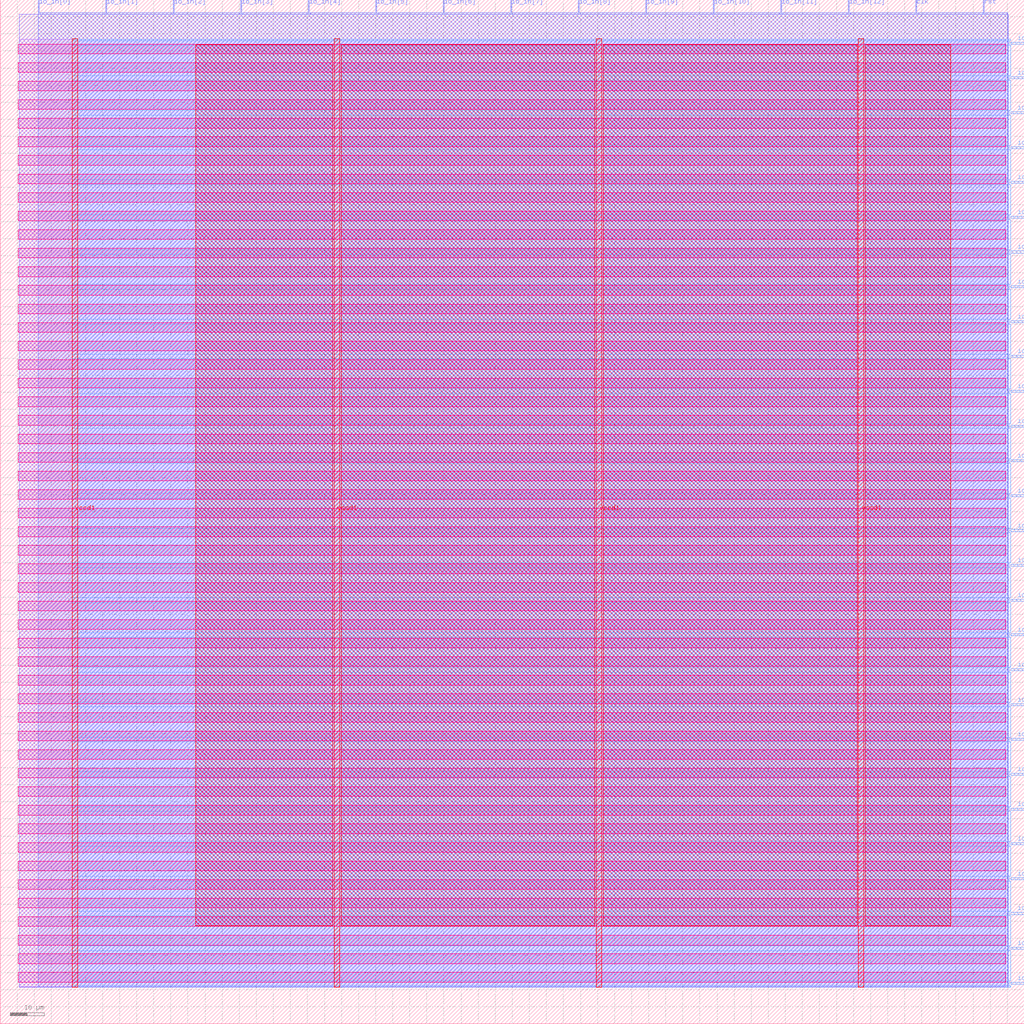
<source format=lef>
VERSION 5.7 ;
  NOWIREEXTENSIONATPIN ON ;
  DIVIDERCHAR "/" ;
  BUSBITCHARS "[]" ;
MACRO wrapped_as1802
  CLASS BLOCK ;
  FOREIGN wrapped_as1802 ;
  ORIGIN 0.000 0.000 ;
  SIZE 300.000 BY 300.000 ;
  PIN clk
    DIRECTION INPUT ;
    USE SIGNAL ;
    PORT
      LAYER met2 ;
        RECT 268.270 296.000 268.550 300.000 ;
    END
  END clk
  PIN io_in[0]
    DIRECTION INPUT ;
    USE SIGNAL ;
    PORT
      LAYER met2 ;
        RECT 11.130 296.000 11.410 300.000 ;
    END
  END io_in[0]
  PIN io_in[10]
    DIRECTION INPUT ;
    USE SIGNAL ;
    PORT
      LAYER met2 ;
        RECT 208.930 296.000 209.210 300.000 ;
    END
  END io_in[10]
  PIN io_in[11]
    DIRECTION INPUT ;
    USE SIGNAL ;
    PORT
      LAYER met2 ;
        RECT 228.710 296.000 228.990 300.000 ;
    END
  END io_in[11]
  PIN io_in[12]
    DIRECTION INPUT ;
    USE SIGNAL ;
    PORT
      LAYER met2 ;
        RECT 248.490 296.000 248.770 300.000 ;
    END
  END io_in[12]
  PIN io_in[1]
    DIRECTION INPUT ;
    USE SIGNAL ;
    PORT
      LAYER met2 ;
        RECT 30.910 296.000 31.190 300.000 ;
    END
  END io_in[1]
  PIN io_in[2]
    DIRECTION INPUT ;
    USE SIGNAL ;
    PORT
      LAYER met2 ;
        RECT 50.690 296.000 50.970 300.000 ;
    END
  END io_in[2]
  PIN io_in[3]
    DIRECTION INPUT ;
    USE SIGNAL ;
    PORT
      LAYER met2 ;
        RECT 70.470 296.000 70.750 300.000 ;
    END
  END io_in[3]
  PIN io_in[4]
    DIRECTION INPUT ;
    USE SIGNAL ;
    PORT
      LAYER met2 ;
        RECT 90.250 296.000 90.530 300.000 ;
    END
  END io_in[4]
  PIN io_in[5]
    DIRECTION INPUT ;
    USE SIGNAL ;
    PORT
      LAYER met2 ;
        RECT 110.030 296.000 110.310 300.000 ;
    END
  END io_in[5]
  PIN io_in[6]
    DIRECTION INPUT ;
    USE SIGNAL ;
    PORT
      LAYER met2 ;
        RECT 129.810 296.000 130.090 300.000 ;
    END
  END io_in[6]
  PIN io_in[7]
    DIRECTION INPUT ;
    USE SIGNAL ;
    PORT
      LAYER met2 ;
        RECT 149.590 296.000 149.870 300.000 ;
    END
  END io_in[7]
  PIN io_in[8]
    DIRECTION INPUT ;
    USE SIGNAL ;
    PORT
      LAYER met2 ;
        RECT 169.370 296.000 169.650 300.000 ;
    END
  END io_in[8]
  PIN io_in[9]
    DIRECTION INPUT ;
    USE SIGNAL ;
    PORT
      LAYER met2 ;
        RECT 189.150 296.000 189.430 300.000 ;
    END
  END io_in[9]
  PIN io_oeb
    DIRECTION OUTPUT TRISTATE ;
    USE SIGNAL ;
    PORT
      LAYER met3 ;
        RECT 296.000 287.000 300.000 287.600 ;
    END
  END io_oeb
  PIN io_out[0]
    DIRECTION OUTPUT TRISTATE ;
    USE SIGNAL ;
    PORT
      LAYER met3 ;
        RECT 296.000 11.600 300.000 12.200 ;
    END
  END io_out[0]
  PIN io_out[10]
    DIRECTION OUTPUT TRISTATE ;
    USE SIGNAL ;
    PORT
      LAYER met3 ;
        RECT 296.000 113.600 300.000 114.200 ;
    END
  END io_out[10]
  PIN io_out[11]
    DIRECTION OUTPUT TRISTATE ;
    USE SIGNAL ;
    PORT
      LAYER met3 ;
        RECT 296.000 123.800 300.000 124.400 ;
    END
  END io_out[11]
  PIN io_out[12]
    DIRECTION OUTPUT TRISTATE ;
    USE SIGNAL ;
    PORT
      LAYER met3 ;
        RECT 296.000 134.000 300.000 134.600 ;
    END
  END io_out[12]
  PIN io_out[13]
    DIRECTION OUTPUT TRISTATE ;
    USE SIGNAL ;
    PORT
      LAYER met3 ;
        RECT 296.000 144.200 300.000 144.800 ;
    END
  END io_out[13]
  PIN io_out[14]
    DIRECTION OUTPUT TRISTATE ;
    USE SIGNAL ;
    PORT
      LAYER met3 ;
        RECT 296.000 154.400 300.000 155.000 ;
    END
  END io_out[14]
  PIN io_out[15]
    DIRECTION OUTPUT TRISTATE ;
    USE SIGNAL ;
    PORT
      LAYER met3 ;
        RECT 296.000 164.600 300.000 165.200 ;
    END
  END io_out[15]
  PIN io_out[16]
    DIRECTION OUTPUT TRISTATE ;
    USE SIGNAL ;
    PORT
      LAYER met3 ;
        RECT 296.000 174.800 300.000 175.400 ;
    END
  END io_out[16]
  PIN io_out[17]
    DIRECTION OUTPUT TRISTATE ;
    USE SIGNAL ;
    PORT
      LAYER met3 ;
        RECT 296.000 185.000 300.000 185.600 ;
    END
  END io_out[17]
  PIN io_out[18]
    DIRECTION OUTPUT TRISTATE ;
    USE SIGNAL ;
    PORT
      LAYER met3 ;
        RECT 296.000 195.200 300.000 195.800 ;
    END
  END io_out[18]
  PIN io_out[19]
    DIRECTION OUTPUT TRISTATE ;
    USE SIGNAL ;
    PORT
      LAYER met3 ;
        RECT 296.000 205.400 300.000 206.000 ;
    END
  END io_out[19]
  PIN io_out[1]
    DIRECTION OUTPUT TRISTATE ;
    USE SIGNAL ;
    PORT
      LAYER met3 ;
        RECT 296.000 21.800 300.000 22.400 ;
    END
  END io_out[1]
  PIN io_out[20]
    DIRECTION OUTPUT TRISTATE ;
    USE SIGNAL ;
    PORT
      LAYER met3 ;
        RECT 296.000 215.600 300.000 216.200 ;
    END
  END io_out[20]
  PIN io_out[21]
    DIRECTION OUTPUT TRISTATE ;
    USE SIGNAL ;
    PORT
      LAYER met3 ;
        RECT 296.000 225.800 300.000 226.400 ;
    END
  END io_out[21]
  PIN io_out[22]
    DIRECTION OUTPUT TRISTATE ;
    USE SIGNAL ;
    PORT
      LAYER met3 ;
        RECT 296.000 236.000 300.000 236.600 ;
    END
  END io_out[22]
  PIN io_out[23]
    DIRECTION OUTPUT TRISTATE ;
    USE SIGNAL ;
    PORT
      LAYER met3 ;
        RECT 296.000 246.200 300.000 246.800 ;
    END
  END io_out[23]
  PIN io_out[24]
    DIRECTION OUTPUT TRISTATE ;
    USE SIGNAL ;
    PORT
      LAYER met3 ;
        RECT 296.000 256.400 300.000 257.000 ;
    END
  END io_out[24]
  PIN io_out[25]
    DIRECTION OUTPUT TRISTATE ;
    USE SIGNAL ;
    PORT
      LAYER met3 ;
        RECT 296.000 266.600 300.000 267.200 ;
    END
  END io_out[25]
  PIN io_out[26]
    DIRECTION OUTPUT TRISTATE ;
    USE SIGNAL ;
    PORT
      LAYER met3 ;
        RECT 296.000 276.800 300.000 277.400 ;
    END
  END io_out[26]
  PIN io_out[2]
    DIRECTION OUTPUT TRISTATE ;
    USE SIGNAL ;
    PORT
      LAYER met3 ;
        RECT 296.000 32.000 300.000 32.600 ;
    END
  END io_out[2]
  PIN io_out[3]
    DIRECTION OUTPUT TRISTATE ;
    USE SIGNAL ;
    PORT
      LAYER met3 ;
        RECT 296.000 42.200 300.000 42.800 ;
    END
  END io_out[3]
  PIN io_out[4]
    DIRECTION OUTPUT TRISTATE ;
    USE SIGNAL ;
    PORT
      LAYER met3 ;
        RECT 296.000 52.400 300.000 53.000 ;
    END
  END io_out[4]
  PIN io_out[5]
    DIRECTION OUTPUT TRISTATE ;
    USE SIGNAL ;
    PORT
      LAYER met3 ;
        RECT 296.000 62.600 300.000 63.200 ;
    END
  END io_out[5]
  PIN io_out[6]
    DIRECTION OUTPUT TRISTATE ;
    USE SIGNAL ;
    PORT
      LAYER met3 ;
        RECT 296.000 72.800 300.000 73.400 ;
    END
  END io_out[6]
  PIN io_out[7]
    DIRECTION OUTPUT TRISTATE ;
    USE SIGNAL ;
    PORT
      LAYER met3 ;
        RECT 296.000 83.000 300.000 83.600 ;
    END
  END io_out[7]
  PIN io_out[8]
    DIRECTION OUTPUT TRISTATE ;
    USE SIGNAL ;
    PORT
      LAYER met3 ;
        RECT 296.000 93.200 300.000 93.800 ;
    END
  END io_out[8]
  PIN io_out[9]
    DIRECTION OUTPUT TRISTATE ;
    USE SIGNAL ;
    PORT
      LAYER met3 ;
        RECT 296.000 103.400 300.000 104.000 ;
    END
  END io_out[9]
  PIN rst
    DIRECTION INPUT ;
    USE SIGNAL ;
    PORT
      LAYER met2 ;
        RECT 288.050 296.000 288.330 300.000 ;
    END
  END rst
  PIN vccd1
    DIRECTION INOUT ;
    USE POWER ;
    PORT
      LAYER met4 ;
        RECT 21.040 10.640 22.640 288.560 ;
    END
    PORT
      LAYER met4 ;
        RECT 174.640 10.640 176.240 288.560 ;
    END
  END vccd1
  PIN vssd1
    DIRECTION INOUT ;
    USE GROUND ;
    PORT
      LAYER met4 ;
        RECT 97.840 10.640 99.440 288.560 ;
    END
    PORT
      LAYER met4 ;
        RECT 251.440 10.640 253.040 288.560 ;
    END
  END vssd1
  OBS
      LAYER nwell ;
        RECT 5.330 284.185 294.590 287.015 ;
        RECT 5.330 278.745 294.590 281.575 ;
        RECT 5.330 273.305 294.590 276.135 ;
        RECT 5.330 267.865 294.590 270.695 ;
        RECT 5.330 262.425 294.590 265.255 ;
        RECT 5.330 256.985 294.590 259.815 ;
        RECT 5.330 251.545 294.590 254.375 ;
        RECT 5.330 246.105 294.590 248.935 ;
        RECT 5.330 240.665 294.590 243.495 ;
        RECT 5.330 235.225 294.590 238.055 ;
        RECT 5.330 229.785 294.590 232.615 ;
        RECT 5.330 224.345 294.590 227.175 ;
        RECT 5.330 218.905 294.590 221.735 ;
        RECT 5.330 213.465 294.590 216.295 ;
        RECT 5.330 208.025 294.590 210.855 ;
        RECT 5.330 202.585 294.590 205.415 ;
        RECT 5.330 197.145 294.590 199.975 ;
        RECT 5.330 191.705 294.590 194.535 ;
        RECT 5.330 186.265 294.590 189.095 ;
        RECT 5.330 180.825 294.590 183.655 ;
        RECT 5.330 175.385 294.590 178.215 ;
        RECT 5.330 169.945 294.590 172.775 ;
        RECT 5.330 164.505 294.590 167.335 ;
        RECT 5.330 159.065 294.590 161.895 ;
        RECT 5.330 153.625 294.590 156.455 ;
        RECT 5.330 148.185 294.590 151.015 ;
        RECT 5.330 142.745 294.590 145.575 ;
        RECT 5.330 137.305 294.590 140.135 ;
        RECT 5.330 131.865 294.590 134.695 ;
        RECT 5.330 126.425 294.590 129.255 ;
        RECT 5.330 120.985 294.590 123.815 ;
        RECT 5.330 115.545 294.590 118.375 ;
        RECT 5.330 110.105 294.590 112.935 ;
        RECT 5.330 104.665 294.590 107.495 ;
        RECT 5.330 99.225 294.590 102.055 ;
        RECT 5.330 93.785 294.590 96.615 ;
        RECT 5.330 88.345 294.590 91.175 ;
        RECT 5.330 82.905 294.590 85.735 ;
        RECT 5.330 77.465 294.590 80.295 ;
        RECT 5.330 72.025 294.590 74.855 ;
        RECT 5.330 66.585 294.590 69.415 ;
        RECT 5.330 61.145 294.590 63.975 ;
        RECT 5.330 55.705 294.590 58.535 ;
        RECT 5.330 50.265 294.590 53.095 ;
        RECT 5.330 44.825 294.590 47.655 ;
        RECT 5.330 39.385 294.590 42.215 ;
        RECT 5.330 33.945 294.590 36.775 ;
        RECT 5.330 28.505 294.590 31.335 ;
        RECT 5.330 23.065 294.590 25.895 ;
        RECT 5.330 17.625 294.590 20.455 ;
        RECT 5.330 12.185 294.590 15.015 ;
      LAYER li1 ;
        RECT 5.520 10.795 294.400 288.405 ;
      LAYER met1 ;
        RECT 5.520 10.640 295.250 295.760 ;
      LAYER met2 ;
        RECT 11.690 295.720 30.630 296.210 ;
        RECT 31.470 295.720 50.410 296.210 ;
        RECT 51.250 295.720 70.190 296.210 ;
        RECT 71.030 295.720 89.970 296.210 ;
        RECT 90.810 295.720 109.750 296.210 ;
        RECT 110.590 295.720 129.530 296.210 ;
        RECT 130.370 295.720 149.310 296.210 ;
        RECT 150.150 295.720 169.090 296.210 ;
        RECT 169.930 295.720 188.870 296.210 ;
        RECT 189.710 295.720 208.650 296.210 ;
        RECT 209.490 295.720 228.430 296.210 ;
        RECT 229.270 295.720 248.210 296.210 ;
        RECT 249.050 295.720 267.990 296.210 ;
        RECT 268.830 295.720 287.770 296.210 ;
        RECT 288.610 295.720 295.230 296.210 ;
        RECT 11.140 10.695 295.230 295.720 ;
      LAYER met3 ;
        RECT 21.050 288.000 296.000 288.485 ;
        RECT 21.050 286.600 295.600 288.000 ;
        RECT 21.050 277.800 296.000 286.600 ;
        RECT 21.050 276.400 295.600 277.800 ;
        RECT 21.050 267.600 296.000 276.400 ;
        RECT 21.050 266.200 295.600 267.600 ;
        RECT 21.050 257.400 296.000 266.200 ;
        RECT 21.050 256.000 295.600 257.400 ;
        RECT 21.050 247.200 296.000 256.000 ;
        RECT 21.050 245.800 295.600 247.200 ;
        RECT 21.050 237.000 296.000 245.800 ;
        RECT 21.050 235.600 295.600 237.000 ;
        RECT 21.050 226.800 296.000 235.600 ;
        RECT 21.050 225.400 295.600 226.800 ;
        RECT 21.050 216.600 296.000 225.400 ;
        RECT 21.050 215.200 295.600 216.600 ;
        RECT 21.050 206.400 296.000 215.200 ;
        RECT 21.050 205.000 295.600 206.400 ;
        RECT 21.050 196.200 296.000 205.000 ;
        RECT 21.050 194.800 295.600 196.200 ;
        RECT 21.050 186.000 296.000 194.800 ;
        RECT 21.050 184.600 295.600 186.000 ;
        RECT 21.050 175.800 296.000 184.600 ;
        RECT 21.050 174.400 295.600 175.800 ;
        RECT 21.050 165.600 296.000 174.400 ;
        RECT 21.050 164.200 295.600 165.600 ;
        RECT 21.050 155.400 296.000 164.200 ;
        RECT 21.050 154.000 295.600 155.400 ;
        RECT 21.050 145.200 296.000 154.000 ;
        RECT 21.050 143.800 295.600 145.200 ;
        RECT 21.050 135.000 296.000 143.800 ;
        RECT 21.050 133.600 295.600 135.000 ;
        RECT 21.050 124.800 296.000 133.600 ;
        RECT 21.050 123.400 295.600 124.800 ;
        RECT 21.050 114.600 296.000 123.400 ;
        RECT 21.050 113.200 295.600 114.600 ;
        RECT 21.050 104.400 296.000 113.200 ;
        RECT 21.050 103.000 295.600 104.400 ;
        RECT 21.050 94.200 296.000 103.000 ;
        RECT 21.050 92.800 295.600 94.200 ;
        RECT 21.050 84.000 296.000 92.800 ;
        RECT 21.050 82.600 295.600 84.000 ;
        RECT 21.050 73.800 296.000 82.600 ;
        RECT 21.050 72.400 295.600 73.800 ;
        RECT 21.050 63.600 296.000 72.400 ;
        RECT 21.050 62.200 295.600 63.600 ;
        RECT 21.050 53.400 296.000 62.200 ;
        RECT 21.050 52.000 295.600 53.400 ;
        RECT 21.050 43.200 296.000 52.000 ;
        RECT 21.050 41.800 295.600 43.200 ;
        RECT 21.050 33.000 296.000 41.800 ;
        RECT 21.050 31.600 295.600 33.000 ;
        RECT 21.050 22.800 296.000 31.600 ;
        RECT 21.050 21.400 295.600 22.800 ;
        RECT 21.050 12.600 296.000 21.400 ;
        RECT 21.050 11.200 295.600 12.600 ;
        RECT 21.050 10.715 296.000 11.200 ;
      LAYER met4 ;
        RECT 57.335 28.735 97.440 286.785 ;
        RECT 99.840 28.735 174.240 286.785 ;
        RECT 176.640 28.735 251.040 286.785 ;
        RECT 253.440 28.735 278.465 286.785 ;
  END
END wrapped_as1802
END LIBRARY


</source>
